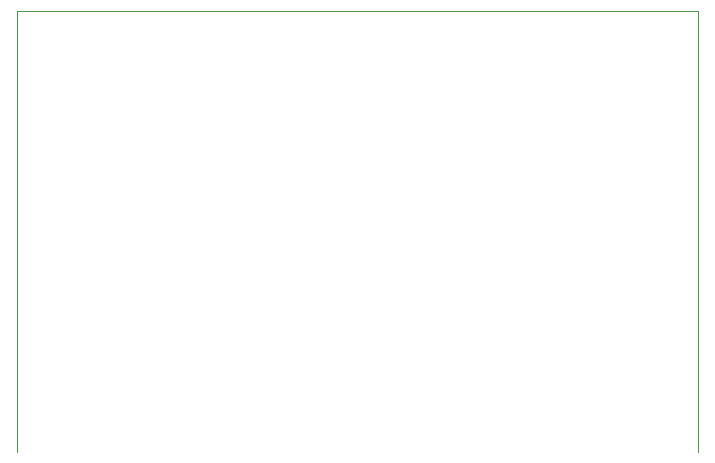
<source format=gbr>
%TF.GenerationSoftware,KiCad,Pcbnew,(5.1.9)-1*%
%TF.CreationDate,2021-04-12T23:16:36+02:00*%
%TF.ProjectId,v1_BMR480,76315f42-4d52-4343-9830-2e6b69636164,rev?*%
%TF.SameCoordinates,Original*%
%TF.FileFunction,Other,User*%
%FSLAX46Y46*%
G04 Gerber Fmt 4.6, Leading zero omitted, Abs format (unit mm)*
G04 Created by KiCad (PCBNEW (5.1.9)-1) date 2021-04-12 23:16:36*
%MOMM*%
%LPD*%
G01*
G04 APERTURE LIST*
%ADD10C,0.050000*%
G04 APERTURE END LIST*
D10*
%TO.C,PS1*%
X147310000Y-44850000D02*
X89660000Y-44850000D01*
X147310000Y-82150000D02*
X147310000Y-44850000D01*
X89660000Y-44850000D02*
X89660000Y-82150000D01*
%TD*%
M02*

</source>
